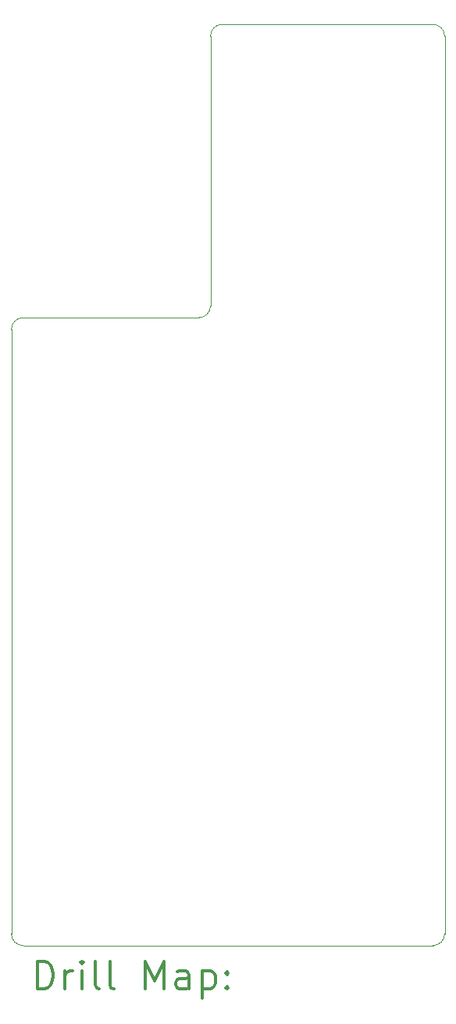
<source format=gbr>
%FSLAX45Y45*%
G04 Gerber Fmt 4.5, Leading zero omitted, Abs format (unit mm)*
G04 Created by KiCad (PCBNEW (5.1.6-0-10_14)) date 2021-01-24 08:08:02*
%MOMM*%
%LPD*%
G01*
G04 APERTURE LIST*
%TA.AperFunction,Profile*%
%ADD10C,0.100000*%
%TD*%
%ADD11C,0.200000*%
%ADD12C,0.300000*%
G04 APERTURE END LIST*
D10*
X16129000Y-3111500D02*
X16129000Y-12827000D01*
X13589000Y-6032500D02*
X13589000Y-3111500D01*
X13716000Y-2984500D02*
G75*
G03*
X13589000Y-3111500I0J-127000D01*
G01*
X16129000Y-3111500D02*
G75*
G03*
X16002000Y-2984500I-127000J0D01*
G01*
X13716000Y-2984500D02*
X16002000Y-2984500D01*
X11430000Y-12827000D02*
X11430000Y-6286500D01*
X11557000Y-6159500D02*
X13462000Y-6159500D01*
X11557000Y-12954000D02*
X16002000Y-12954000D01*
X11557000Y-6159500D02*
G75*
G03*
X11430000Y-6286500I0J-127000D01*
G01*
X13462000Y-6159500D02*
G75*
G03*
X13589000Y-6032500I0J127000D01*
G01*
X16002000Y-12954000D02*
G75*
G03*
X16129000Y-12827000I0J127000D01*
G01*
X11430000Y-12827000D02*
G75*
G03*
X11557000Y-12954000I127000J0D01*
G01*
D11*
D12*
X11711428Y-13424714D02*
X11711428Y-13124714D01*
X11782857Y-13124714D01*
X11825714Y-13139000D01*
X11854286Y-13167571D01*
X11868571Y-13196143D01*
X11882857Y-13253286D01*
X11882857Y-13296143D01*
X11868571Y-13353286D01*
X11854286Y-13381857D01*
X11825714Y-13410429D01*
X11782857Y-13424714D01*
X11711428Y-13424714D01*
X12011428Y-13424714D02*
X12011428Y-13224714D01*
X12011428Y-13281857D02*
X12025714Y-13253286D01*
X12040000Y-13239000D01*
X12068571Y-13224714D01*
X12097143Y-13224714D01*
X12197143Y-13424714D02*
X12197143Y-13224714D01*
X12197143Y-13124714D02*
X12182857Y-13139000D01*
X12197143Y-13153286D01*
X12211428Y-13139000D01*
X12197143Y-13124714D01*
X12197143Y-13153286D01*
X12382857Y-13424714D02*
X12354286Y-13410429D01*
X12340000Y-13381857D01*
X12340000Y-13124714D01*
X12540000Y-13424714D02*
X12511428Y-13410429D01*
X12497143Y-13381857D01*
X12497143Y-13124714D01*
X12882857Y-13424714D02*
X12882857Y-13124714D01*
X12982857Y-13339000D01*
X13082857Y-13124714D01*
X13082857Y-13424714D01*
X13354286Y-13424714D02*
X13354286Y-13267571D01*
X13340000Y-13239000D01*
X13311428Y-13224714D01*
X13254286Y-13224714D01*
X13225714Y-13239000D01*
X13354286Y-13410429D02*
X13325714Y-13424714D01*
X13254286Y-13424714D01*
X13225714Y-13410429D01*
X13211428Y-13381857D01*
X13211428Y-13353286D01*
X13225714Y-13324714D01*
X13254286Y-13310429D01*
X13325714Y-13310429D01*
X13354286Y-13296143D01*
X13497143Y-13224714D02*
X13497143Y-13524714D01*
X13497143Y-13239000D02*
X13525714Y-13224714D01*
X13582857Y-13224714D01*
X13611428Y-13239000D01*
X13625714Y-13253286D01*
X13640000Y-13281857D01*
X13640000Y-13367571D01*
X13625714Y-13396143D01*
X13611428Y-13410429D01*
X13582857Y-13424714D01*
X13525714Y-13424714D01*
X13497143Y-13410429D01*
X13768571Y-13396143D02*
X13782857Y-13410429D01*
X13768571Y-13424714D01*
X13754286Y-13410429D01*
X13768571Y-13396143D01*
X13768571Y-13424714D01*
X13768571Y-13239000D02*
X13782857Y-13253286D01*
X13768571Y-13267571D01*
X13754286Y-13253286D01*
X13768571Y-13239000D01*
X13768571Y-13267571D01*
M02*

</source>
